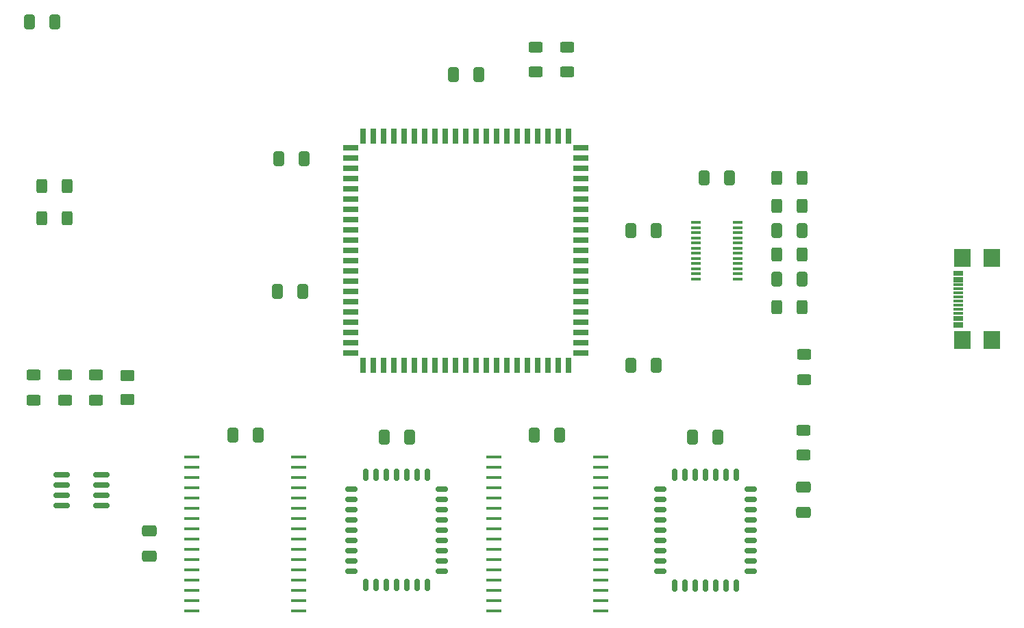
<source format=gbr>
%TF.GenerationSoftware,KiCad,Pcbnew,9.0.4*%
%TF.CreationDate,2025-10-05T19:10:15+02:00*%
%TF.ProjectId,DeMoN_2.0_PLCC,44654d6f-4e5f-4322-9e30-5f504c43432e,rev?*%
%TF.SameCoordinates,Original*%
%TF.FileFunction,Paste,Top*%
%TF.FilePolarity,Positive*%
%FSLAX46Y46*%
G04 Gerber Fmt 4.6, Leading zero omitted, Abs format (unit mm)*
G04 Created by KiCad (PCBNEW 9.0.4) date 2025-10-05 19:10:15*
%MOMM*%
%LPD*%
G01*
G04 APERTURE LIST*
G04 Aperture macros list*
%AMRoundRect*
0 Rectangle with rounded corners*
0 $1 Rounding radius*
0 $2 $3 $4 $5 $6 $7 $8 $9 X,Y pos of 4 corners*
0 Add a 4 corners polygon primitive as box body*
4,1,4,$2,$3,$4,$5,$6,$7,$8,$9,$2,$3,0*
0 Add four circle primitives for the rounded corners*
1,1,$1+$1,$2,$3*
1,1,$1+$1,$4,$5*
1,1,$1+$1,$6,$7*
1,1,$1+$1,$8,$9*
0 Add four rect primitives between the rounded corners*
20,1,$1+$1,$2,$3,$4,$5,0*
20,1,$1+$1,$4,$5,$6,$7,0*
20,1,$1+$1,$6,$7,$8,$9,0*
20,1,$1+$1,$8,$9,$2,$3,0*%
G04 Aperture macros list end*
%ADD10RoundRect,0.250000X0.412500X0.650000X-0.412500X0.650000X-0.412500X-0.650000X0.412500X-0.650000X0*%
%ADD11RoundRect,0.250000X-0.412500X-0.650000X0.412500X-0.650000X0.412500X0.650000X-0.412500X0.650000X0*%
%ADD12RoundRect,0.250000X-0.400000X-0.625000X0.400000X-0.625000X0.400000X0.625000X-0.400000X0.625000X0*%
%ADD13R,0.700000X1.925000*%
%ADD14R,1.925000X0.700000*%
%ADD15R,1.981000X0.457000*%
%ADD16RoundRect,0.250000X-0.625000X0.400000X-0.625000X-0.400000X0.625000X-0.400000X0.625000X0.400000X0*%
%ADD17RoundRect,0.250000X-0.650000X0.412500X-0.650000X-0.412500X0.650000X-0.412500X0.650000X0.412500X0*%
%ADD18RoundRect,0.150000X-0.150000X-0.587500X0.150000X-0.587500X0.150000X0.587500X-0.150000X0.587500X0*%
%ADD19RoundRect,0.150000X-0.587500X-0.150000X0.587500X-0.150000X0.587500X0.150000X-0.587500X0.150000X0*%
%ADD20R,1.200000X0.400000*%
%ADD21RoundRect,0.150000X-0.825000X-0.150000X0.825000X-0.150000X0.825000X0.150000X-0.825000X0.150000X0*%
%ADD22RoundRect,0.250001X0.624999X-0.462499X0.624999X0.462499X-0.624999X0.462499X-0.624999X-0.462499X0*%
%ADD23R,1.150000X0.300000*%
%ADD24R,2.000000X2.180000*%
%ADD25RoundRect,0.250000X0.400000X0.625000X-0.400000X0.625000X-0.400000X-0.625000X0.400000X-0.625000X0*%
G04 APERTURE END LIST*
D10*
%TO.C,C17*%
X165023400Y-74402200D03*
X161898400Y-74402200D03*
%TD*%
D11*
%TO.C,C6*%
X112665900Y-99722200D03*
X115790900Y-99722200D03*
%TD*%
%TO.C,C4*%
X179935900Y-74402200D03*
X183060900Y-74402200D03*
%TD*%
%TO.C,C5*%
X179935900Y-80402200D03*
X183060900Y-80402200D03*
%TD*%
D12*
%TO.C,R10*%
X179948400Y-83902200D03*
X183048400Y-83902200D03*
%TD*%
D13*
%TO.C,U1*%
X141498400Y-62689700D03*
X140228400Y-62689700D03*
X138958400Y-62689700D03*
X137688400Y-62689700D03*
X136418400Y-62689700D03*
X135148400Y-62689700D03*
X133878400Y-62689700D03*
X132608400Y-62689700D03*
X131338400Y-62689700D03*
X130068400Y-62689700D03*
X128798400Y-62689700D03*
D14*
X127285900Y-64202200D03*
X127285900Y-65472200D03*
X127285900Y-66742200D03*
X127285900Y-68012200D03*
X127285900Y-69282200D03*
X127285900Y-70552200D03*
X127285900Y-71822200D03*
X127285900Y-73092200D03*
X127285900Y-74362200D03*
X127285900Y-75632200D03*
X127285900Y-76902200D03*
X127285900Y-78172200D03*
X127285900Y-79442200D03*
X127285900Y-80712200D03*
X127285900Y-81982200D03*
X127285900Y-83252200D03*
X127285900Y-84522200D03*
X127285900Y-85792200D03*
X127285900Y-87062200D03*
X127285900Y-88332200D03*
X127285900Y-89602200D03*
D13*
X128798400Y-91114700D03*
X130068400Y-91114700D03*
X131338400Y-91114700D03*
X132608400Y-91114700D03*
X133878400Y-91114700D03*
X135148400Y-91114700D03*
X136418400Y-91114700D03*
X137688400Y-91114700D03*
X138958400Y-91114700D03*
X140228400Y-91114700D03*
X141498400Y-91114700D03*
X142768400Y-91114700D03*
X144038400Y-91114700D03*
X145308400Y-91114700D03*
X146578400Y-91114700D03*
X147848400Y-91114700D03*
X149118400Y-91114700D03*
X150388400Y-91114700D03*
X151658400Y-91114700D03*
X152928400Y-91114700D03*
X154198400Y-91114700D03*
D14*
X155710900Y-89602200D03*
X155710900Y-88332200D03*
X155710900Y-87062200D03*
X155710900Y-85792200D03*
X155710900Y-84522200D03*
X155710900Y-83252200D03*
X155710900Y-81982200D03*
X155710900Y-80712200D03*
X155710900Y-79442200D03*
X155710900Y-78172200D03*
X155710900Y-76902200D03*
X155710900Y-75632200D03*
X155710900Y-74362200D03*
X155710900Y-73092200D03*
X155710900Y-71822200D03*
X155710900Y-70552200D03*
X155710900Y-69282200D03*
X155710900Y-68012200D03*
X155710900Y-66742200D03*
X155710900Y-65472200D03*
X155710900Y-64202200D03*
D13*
X154198400Y-62689700D03*
X152928400Y-62689700D03*
X151658400Y-62689700D03*
X150388400Y-62689700D03*
X149118400Y-62689700D03*
X147848400Y-62689700D03*
X146578400Y-62689700D03*
X145308400Y-62689700D03*
X144038400Y-62689700D03*
X142768400Y-62689700D03*
%TD*%
D12*
%TO.C,R8*%
X179948400Y-77402200D03*
X183048400Y-77402200D03*
%TD*%
D15*
%TO.C,U4*%
X144944400Y-102475000D03*
X144944400Y-103745000D03*
X144944400Y-105015000D03*
X144944400Y-106285000D03*
X144944400Y-107555000D03*
X144944400Y-108825000D03*
X144944400Y-110095000D03*
X144944400Y-111365000D03*
X144944400Y-112635000D03*
X144944400Y-113905000D03*
X144944400Y-115175000D03*
X144944400Y-116445000D03*
X144944400Y-117715000D03*
X144944400Y-118985000D03*
X144944400Y-120255000D03*
X144944400Y-121525000D03*
X158172400Y-121525000D03*
X158172400Y-120255000D03*
X158172400Y-118985000D03*
X158172400Y-117715000D03*
X158172400Y-116445000D03*
X158172400Y-115175000D03*
X158172400Y-113905000D03*
X158172400Y-112635000D03*
X158172400Y-111365000D03*
X158172400Y-110095000D03*
X158172400Y-108825000D03*
X158172400Y-107555000D03*
X158172400Y-106285000D03*
X158172400Y-105015000D03*
X158172400Y-103745000D03*
X158172400Y-102475000D03*
%TD*%
D16*
%TO.C,R5*%
X183300000Y-89750000D03*
X183300000Y-92850000D03*
%TD*%
D17*
%TO.C,C12*%
X102400000Y-111587500D03*
X102400000Y-114712500D03*
%TD*%
D12*
%TO.C,R12*%
X179948400Y-67902200D03*
X183048400Y-67902200D03*
%TD*%
D10*
%TO.C,C9*%
X172670900Y-100000000D03*
X169545900Y-100000000D03*
%TD*%
D11*
%TO.C,C15*%
X118335900Y-65502200D03*
X121460900Y-65502200D03*
%TD*%
D16*
%TO.C,R11*%
X154050000Y-51700000D03*
X154050000Y-54800000D03*
%TD*%
D10*
%TO.C,C3*%
X174060900Y-67902200D03*
X170935900Y-67902200D03*
%TD*%
D12*
%TO.C,R7*%
X179948400Y-71402200D03*
X183048400Y-71402200D03*
%TD*%
D18*
%TO.C,U3*%
X171108400Y-104679700D03*
X169838400Y-104679700D03*
X168568400Y-104679700D03*
X167298400Y-104679700D03*
D19*
X165545900Y-106437200D03*
X165545900Y-107707200D03*
X165545900Y-108977200D03*
X165545900Y-110247200D03*
X165545900Y-111517200D03*
X165545900Y-112787200D03*
X165545900Y-114057200D03*
X165545900Y-115327200D03*
X165545900Y-116597200D03*
D18*
X167298400Y-118354700D03*
X168568400Y-118354700D03*
X169838400Y-118354700D03*
X171108400Y-118354700D03*
X172378400Y-118354700D03*
X173648400Y-118354700D03*
X174918400Y-118354700D03*
D19*
X176670900Y-116597200D03*
X176670900Y-115327200D03*
X176670900Y-114057200D03*
X176670900Y-112787200D03*
X176670900Y-111517200D03*
X176670900Y-110247200D03*
X176670900Y-108977200D03*
X176670900Y-107707200D03*
X176670900Y-106437200D03*
D18*
X174918400Y-104679700D03*
X173648400Y-104679700D03*
X172378400Y-104679700D03*
%TD*%
D16*
%TO.C,R4*%
X91950000Y-92300000D03*
X91950000Y-95400000D03*
%TD*%
D20*
%TO.C,U7*%
X169898400Y-73409700D03*
X169898400Y-74044700D03*
X169898400Y-74679700D03*
X169898400Y-75314700D03*
X169898400Y-75949700D03*
X169898400Y-76584700D03*
X169898400Y-77219700D03*
X169898400Y-77854700D03*
X169898400Y-78489700D03*
X169898400Y-79124700D03*
X169898400Y-79759700D03*
X169898400Y-80394700D03*
X175098400Y-80394700D03*
X175098400Y-79759700D03*
X175098400Y-79124700D03*
X175098400Y-78489700D03*
X175098400Y-77854700D03*
X175098400Y-77219700D03*
X175098400Y-76584700D03*
X175098400Y-75949700D03*
X175098400Y-75314700D03*
X175098400Y-74679700D03*
X175098400Y-74044700D03*
X175098400Y-73409700D03*
%TD*%
D10*
%TO.C,C7*%
X134560900Y-100000000D03*
X131435900Y-100000000D03*
%TD*%
%TO.C,C13*%
X143060900Y-55152200D03*
X139935900Y-55152200D03*
%TD*%
D15*
%TO.C,U6*%
X107594400Y-102475000D03*
X107594400Y-103745000D03*
X107594400Y-105015000D03*
X107594400Y-106285000D03*
X107594400Y-107555000D03*
X107594400Y-108825000D03*
X107594400Y-110095000D03*
X107594400Y-111365000D03*
X107594400Y-112635000D03*
X107594400Y-113905000D03*
X107594400Y-115175000D03*
X107594400Y-116445000D03*
X107594400Y-117715000D03*
X107594400Y-118985000D03*
X107594400Y-120255000D03*
X107594400Y-121525000D03*
X120822400Y-121525000D03*
X120822400Y-120255000D03*
X120822400Y-118985000D03*
X120822400Y-117715000D03*
X120822400Y-116445000D03*
X120822400Y-115175000D03*
X120822400Y-113905000D03*
X120822400Y-112635000D03*
X120822400Y-111365000D03*
X120822400Y-110095000D03*
X120822400Y-108825000D03*
X120822400Y-107555000D03*
X120822400Y-106285000D03*
X120822400Y-105015000D03*
X120822400Y-103745000D03*
X120822400Y-102475000D03*
%TD*%
D17*
%TO.C,C11*%
X183200000Y-106137500D03*
X183200000Y-109262500D03*
%TD*%
D18*
%TO.C,U5*%
X132933400Y-104629700D03*
X131663400Y-104629700D03*
X130393400Y-104629700D03*
X129123400Y-104629700D03*
D19*
X127370900Y-106387200D03*
X127370900Y-107657200D03*
X127370900Y-108927200D03*
X127370900Y-110197200D03*
X127370900Y-111467200D03*
X127370900Y-112737200D03*
X127370900Y-114007200D03*
X127370900Y-115277200D03*
X127370900Y-116547200D03*
D18*
X129123400Y-118304700D03*
X130393400Y-118304700D03*
X131663400Y-118304700D03*
X132933400Y-118304700D03*
X134203400Y-118304700D03*
X135473400Y-118304700D03*
X136743400Y-118304700D03*
D19*
X138495900Y-116547200D03*
X138495900Y-115277200D03*
X138495900Y-114007200D03*
X138495900Y-112737200D03*
X138495900Y-111467200D03*
X138495900Y-110197200D03*
X138495900Y-108927200D03*
X138495900Y-107657200D03*
X138495900Y-106387200D03*
D18*
X136743400Y-104629700D03*
X135473400Y-104629700D03*
X134203400Y-104629700D03*
%TD*%
D21*
%TO.C,U2*%
X91525000Y-104645000D03*
X91525000Y-105915000D03*
X91525000Y-107185000D03*
X91525000Y-108455000D03*
X96475000Y-108455000D03*
X96475000Y-107185000D03*
X96475000Y-105915000D03*
X96475000Y-104645000D03*
%TD*%
D16*
%TO.C,R9*%
X88100000Y-92300000D03*
X88100000Y-95400000D03*
%TD*%
D22*
%TO.C,D1*%
X99700000Y-95337500D03*
X99700000Y-92362500D03*
%TD*%
D10*
%TO.C,C16*%
X165023400Y-91102200D03*
X161898400Y-91102200D03*
%TD*%
D16*
%TO.C,R6*%
X183200000Y-99100000D03*
X183200000Y-102200000D03*
%TD*%
D10*
%TO.C,C8*%
X153050900Y-99722200D03*
X149925900Y-99722200D03*
%TD*%
D11*
%TO.C,C14*%
X118235900Y-81972200D03*
X121360900Y-81972200D03*
%TD*%
D16*
%TO.C,R13*%
X150150000Y-51700000D03*
X150150000Y-54800000D03*
%TD*%
D10*
%TO.C,C10*%
X90712500Y-48600000D03*
X87587500Y-48600000D03*
%TD*%
D23*
%TO.C,J1*%
X202322000Y-86237200D03*
X202322000Y-85937200D03*
X202322000Y-85437200D03*
X202322000Y-85137200D03*
X202322000Y-84137200D03*
X202322000Y-83137200D03*
X202322000Y-82637200D03*
X202322000Y-81637200D03*
X202322000Y-80637200D03*
X202322000Y-80337200D03*
X202322000Y-79837200D03*
X202322000Y-79537200D03*
X202322000Y-81137200D03*
X202322000Y-82137200D03*
X202322000Y-83637200D03*
X202322000Y-84637200D03*
D24*
X206500000Y-87997200D03*
X206500000Y-77777200D03*
X202897000Y-87997200D03*
X202897000Y-77777200D03*
%TD*%
D16*
%TO.C,R1*%
X95750000Y-92300000D03*
X95750000Y-95400000D03*
%TD*%
D25*
%TO.C,R3*%
X92178400Y-72902200D03*
X89078400Y-72902200D03*
%TD*%
%TO.C,R2*%
X92178400Y-68902200D03*
X89078400Y-68902200D03*
%TD*%
M02*

</source>
